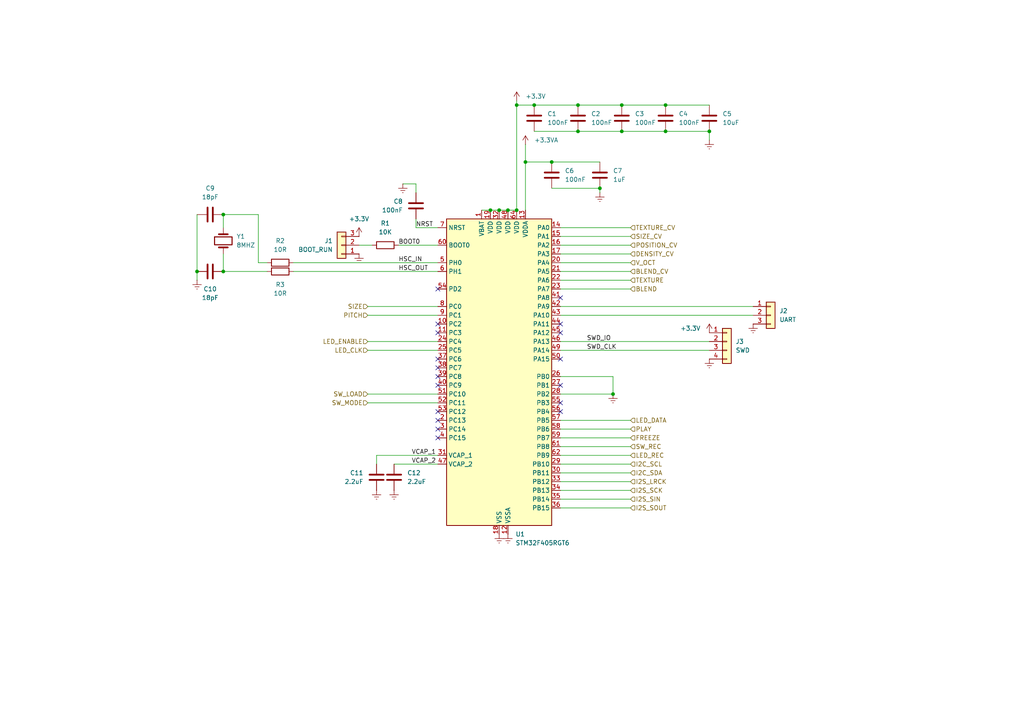
<source format=kicad_sch>
(kicad_sch (version 20231120) (generator "eeschema") (generator_version "8.0")
  (paper "A4")
  (lib_symbols
    (symbol "Connector_Generic:Conn_01x03" (pin_names (offset 1.016) hide)
      (property "Reference" "J" (at 0 5.08 0))
      (property "Value" "Conn_01x03" (at 0 -5.08 0))
      (symbol "Conn_01x03_1_1"
        (rectangle (start -1.27 -2.413) (end 0 -2.667) (stroke (width 0.1524)))
        (rectangle (start -1.27 0.127) (end 0 -0.127) (stroke (width 0.1524)))
        (rectangle (start -1.27 2.667) (end 0 2.413) (stroke (width 0.1524)))
        (rectangle (start -1.27 3.81) (end 1.27 -3.81) (stroke (width 0.254)) (fill (type background)))
        (pin passive line (at -5.08 2.54 0) (length 3.81) (name "Pin_1") (number "1"))
        (pin passive line (at -5.08 0 0) (length 3.81) (name "Pin_2") (number "2"))
        (pin passive line (at -5.08 -2.54 0) (length 3.81) (name "Pin_3") (number "3"))
      )
    )
    (symbol "Connector_Generic:Conn_01x04" (pin_names (offset 1.016) hide)
      (property "Reference" "J" (at 0 5.08 0))
      (property "Value" "Conn_01x04" (at 0 -7.62 0))
      (symbol "Conn_01x04_1_1"
        (rectangle (start -1.27 -4.953) (end 0 -5.207) (stroke (width 0.1524)))
        (rectangle (start -1.27 -2.413) (end 0 -2.667) (stroke (width 0.1524)))
        (rectangle (start -1.27 0.127) (end 0 -0.127) (stroke (width 0.1524)))
        (rectangle (start -1.27 2.667) (end 0 2.413) (stroke (width 0.1524)))
        (rectangle (start -1.27 3.81) (end 1.27 -6.35) (stroke (width 0.254)) (fill (type background)))
        (pin passive line (at -5.08 2.54 0) (length 3.81) (name "Pin_1") (number "1"))
        (pin passive line (at -5.08 0 0) (length 3.81) (name "Pin_2") (number "2"))
        (pin passive line (at -5.08 -2.54 0) (length 3.81) (name "Pin_3") (number "3"))
        (pin passive line (at -5.08 -5.08 0) (length 3.81) (name "Pin_4") (number "4"))
      )
    )
    (symbol "Device:C" (pin_numbers hide) (pin_names (offset 0.254))
      (property "Reference" "C" (at 0.635 2.54 0))
      (property "Value" "C" (at 0.635 -2.54 0))
      (symbol "C_0_1"
        (polyline (pts (xy -2.032 -0.762) (xy 2.032 -0.762)) (stroke (width 0.508)))
        (polyline (pts (xy -2.032 0.762) (xy 2.032 0.762)) (stroke (width 0.508)))
      )
      (symbol "C_1_1"
        (pin passive line (at 0 3.81 270) (length 2.794) (name "~") (number "1"))
        (pin passive line (at 0 -3.81 90) (length 2.794) (name "~") (number "2"))
      )
    )
    (symbol "Device:Crystal" (pin_numbers hide) (pin_names (offset 1.016) hide)
      (property "Reference" "Y" (at 0 3.81 0))
      (property "Value" "Crystal" (at 0 -3.81 0))
      (symbol "Crystal_0_1"
        (rectangle (start -1.143 2.54) (end 1.143 -2.54) (stroke (width 0.3048)))
        (polyline (pts (xy -2.54 0) (xy -1.905 0)))
        (polyline (pts (xy -1.905 -1.27) (xy -1.905 1.27)) (stroke (width 0.508)))
        (polyline (pts (xy 1.905 -1.27) (xy 1.905 1.27)) (stroke (width 0.508)))
        (polyline (pts (xy 2.54 0) (xy 1.905 0)))
      )
      (symbol "Crystal_1_1"
        (pin passive line (at -3.81 0 0) (length 1.27) (name "1") (number "1"))
        (pin passive line (at 3.81 0 180) (length 1.27) (name "2") (number "2"))
      )
    )
    (symbol "Device:R" (pin_numbers hide) (pin_names (offset 0))
      (property "Reference" "R" (at 2.032 0 90))
      (property "Value" "R" (at 0 0 90))
      (symbol "R_0_1"
        (rectangle (start -1.016 -2.54) (end 1.016 2.54) (stroke (width 0.254)))
      )
      (symbol "R_1_1"
        (pin passive line (at 0 3.81 270) (length 1.27) (name "~") (number "1"))
        (pin passive line (at 0 -3.81 90) (length 1.27) (name "~") (number "2"))
      )
    )
    (symbol "MCU_ST_STM32F4:STM32F405RGTx"
      (property "Reference" "U" (at -15.24 46.99 0))
      (property "Value" "STM32F405RGTx" (at 10.16 46.99 0))
      (symbol "STM32F405RGTx_0_1"
        (rectangle (start -15.24 -43.18) (end 15.24 45.72) (stroke (width 0.254)) (fill (type background)))
      )
      (symbol "STM32F405RGTx_1_1"
        (pin power_in line (at -5.08 48.26 270) (length 2.54) (name "VBAT") (number "1"))
        (pin bidirectional line (at -17.78 15.24 0) (length 2.54) (name "PC2") (number "10"))
        (pin bidirectional line (at -17.78 12.7 0) (length 2.54) (name "PC3") (number "11"))
        (pin power_in line (at 2.54 -45.72 90) (length 2.54) (name "VSSA") (number "12"))
        (pin power_in line (at 7.62 48.26 270) (length 2.54) (name "VDDA") (number "13"))
        (pin bidirectional line (at 17.78 43.18 180) (length 2.54) (name "PA0") (number "14"))
        (pin bidirectional line (at 17.78 40.64 180) (length 2.54) (name "PA1") (number "15"))
        (pin bidirectional line (at 17.78 38.1 180) (length 2.54) (name "PA2") (number "16"))
        (pin bidirectional line (at 17.78 35.56 180) (length 2.54) (name "PA3") (number "17"))
        (pin power_in line (at 0 -45.72 90) (length 2.54) (name "VSS") (number "18"))
        (pin power_in line (at -2.54 48.26 270) (length 2.54) (name "VDD") (number "19"))
        (pin bidirectional line (at -17.78 -12.7 0) (length 2.54) (name "PC13") (number "2"))
        (pin bidirectional line (at 17.78 33.02 180) (length 2.54) (name "PA4") (number "20"))
        (pin bidirectional line (at 17.78 30.48 180) (length 2.54) (name "PA5") (number "21"))
        (pin bidirectional line (at 17.78 27.94 180) (length 2.54) (name "PA6") (number "22"))
        (pin bidirectional line (at 17.78 25.4 180) (length 2.54) (name "PA7") (number "23"))
        (pin bidirectional line (at -17.78 10.16 0) (length 2.54) (name "PC4") (number "24"))
        (pin bidirectional line (at -17.78 7.62 0) (length 2.54) (name "PC5") (number "25"))
        (pin bidirectional line (at 17.78 0 180) (length 2.54) (name "PB0") (number "26"))
        (pin bidirectional line (at 17.78 -2.54 180) (length 2.54) (name "PB1") (number "27"))
        (pin bidirectional line (at 17.78 -5.08 180) (length 2.54) (name "PB2") (number "28"))
        (pin bidirectional line (at 17.78 -25.4 180) (length 2.54) (name "PB10") (number "29"))
        (pin bidirectional line (at -17.78 -15.24 0) (length 2.54) (name "PC14") (number "3"))
        (pin bidirectional line (at 17.78 -27.94 180) (length 2.54) (name "PB11") (number "30"))
        (pin power_out line (at -17.78 -22.86 0) (length 2.54) (name "VCAP_1") (number "31"))
        (pin power_in line (at 0 48.26 270) (length 2.54) (name "VDD") (number "32"))
        (pin bidirectional line (at 17.78 -30.48 180) (length 2.54) (name "PB12") (number "33"))
        (pin bidirectional line (at 17.78 -33.02 180) (length 2.54) (name "PB13") (number "34"))
        (pin bidirectional line (at 17.78 -35.56 180) (length 2.54) (name "PB14") (number "35"))
        (pin bidirectional line (at 17.78 -38.1 180) (length 2.54) (name "PB15") (number "36"))
        (pin bidirectional line (at -17.78 5.08 0) (length 2.54) (name "PC6") (number "37"))
        (pin bidirectional line (at -17.78 2.54 0) (length 2.54) (name "PC7") (number "38"))
        (pin bidirectional line (at -17.78 0 0) (length 2.54) (name "PC8") (number "39"))
        (pin bidirectional line (at -17.78 -17.78 0) (length 2.54) (name "PC15") (number "4"))
        (pin bidirectional line (at -17.78 -2.54 0) (length 2.54) (name "PC9") (number "40"))
        (pin bidirectional line (at 17.78 22.86 180) (length 2.54) (name "PA8") (number "41"))
        (pin bidirectional line (at 17.78 20.32 180) (length 2.54) (name "PA9") (number "42"))
        (pin bidirectional line (at 17.78 17.78 180) (length 2.54) (name "PA10") (number "43"))
        (pin bidirectional line (at 17.78 15.24 180) (length 2.54) (name "PA11") (number "44"))
        (pin bidirectional line (at 17.78 12.7 180) (length 2.54) (name "PA12") (number "45"))
        (pin bidirectional line (at 17.78 10.16 180) (length 2.54) (name "PA13") (number "46"))
        (pin power_out line (at -17.78 -25.4 0) (length 2.54) (name "VCAP_2") (number "47"))
        (pin power_in line (at 2.54 48.26 270) (length 2.54) (name "VDD") (number "48"))
        (pin bidirectional line (at 17.78 7.62 180) (length 2.54) (name "PA14") (number "49"))
        (pin bidirectional line (at -17.78 33.02 0) (length 2.54) (name "PH0") (number "5"))
        (pin bidirectional line (at 17.78 5.08 180) (length 2.54) (name "PA15") (number "50"))
        (pin bidirectional line (at -17.78 -5.08 0) (length 2.54) (name "PC10") (number "51"))
        (pin bidirectional line (at -17.78 -7.62 0) (length 2.54) (name "PC11") (number "52"))
        (pin bidirectional line (at -17.78 -10.16 0) (length 2.54) (name "PC12") (number "53"))
        (pin bidirectional line (at -17.78 25.4 0) (length 2.54) (name "PD2") (number "54"))
        (pin bidirectional line (at 17.78 -7.62 180) (length 2.54) (name "PB3") (number "55"))
        (pin bidirectional line (at 17.78 -10.16 180) (length 2.54) (name "PB4") (number "56"))
        (pin bidirectional line (at 17.78 -12.7 180) (length 2.54) (name "PB5") (number "57"))
        (pin bidirectional line (at 17.78 -15.24 180) (length 2.54) (name "PB6") (number "58"))
        (pin bidirectional line (at 17.78 -17.78 180) (length 2.54) (name "PB7") (number "59"))
        (pin bidirectional line (at -17.78 30.48 0) (length 2.54) (name "PH1") (number "6"))
        (pin input line (at -17.78 38.1 0) (length 2.54) (name "BOOT0") (number "60"))
        (pin bidirectional line (at 17.78 -20.32 180) (length 2.54) (name "PB8") (number "61"))
        (pin bidirectional line (at 17.78 -22.86 180) (length 2.54) (name "PB9") (number "62"))
        (pin passive line (at 0 -45.72 90) (length 2.54) hide (name "VSS") (number "63"))
        (pin power_in line (at 5.08 48.26 270) (length 2.54) (name "VDD") (number "64"))
        (pin input line (at -17.78 43.18 0) (length 2.54) (name "NRST") (number "7"))
        (pin bidirectional line (at -17.78 20.32 0) (length 2.54) (name "PC0") (number "8"))
        (pin bidirectional line (at -17.78 17.78 0) (length 2.54) (name "PC1") (number "9"))
      )
    )
    (symbol "power:+3.3V" (power) (pin_numbers hide) (pin_names (offset 0) hide)
      (property "Value" "+3.3V" (at 0 3.556 0))
      (symbol "+3.3V_0_1"
        (polyline (pts (xy -0.762 1.27) (xy 0 2.54)))
        (polyline (pts (xy 0 0) (xy 0 2.54)))
        (polyline (pts (xy 0 2.54) (xy 0.762 1.27)))
      )
      (symbol "+3.3V_1_1"
        (pin power_in line (at 0 0 90) (length 0) (name "~") (number "1"))
      )
    )
    (symbol "power:GNDREF" (power) (pin_numbers hide) (pin_names (offset 0) hide)
      (property "Value" "GNDREF" (at 0 -3.81 0))
      (symbol "GNDREF_0_1"
        (polyline (pts (xy -0.635 -1.905) (xy 0.635 -1.905)))
        (polyline (pts (xy -0.127 -2.54) (xy 0.127 -2.54)))
        (polyline (pts (xy 0 -1.27) (xy 0 0)))
        (polyline (pts (xy 1.27 -1.27) (xy -1.27 -1.27)))
      )
      (symbol "GNDREF_1_1"
        (pin power_in line (at 0 0 270) (length 0) (name "~") (number "1"))
      )
    )
  )
  (junction (at 193.04 30.48))
  (junction (at 177.8 114.3))
  (junction (at 147.32 60.96))
  (junction (at 64.77 78.74))
  (junction (at 167.64 30.48))
  (junction (at 57.15 78.74))
  (junction (at 152.4 46.99))
  (junction (at 173.99 54.61))
  (junction (at 193.04 38.1))
  (junction (at 142.24 60.96))
  (junction (at 144.78 60.96))
  (junction (at 180.34 38.1))
  (junction (at 149.86 60.96))
  (junction (at 149.86 30.48))
  (junction (at 154.94 30.48))
  (junction (at 160.02 46.99))
  (junction (at 64.77 62.23))
  (junction (at 205.74 38.1))
  (junction (at 180.34 30.48))
  (junction (at 167.64 38.1))
  (no_connect (at 127 83.82))
  (no_connect (at 127 104.14))
  (no_connect (at 162.56 116.84))
  (no_connect (at 162.56 111.76))
  (no_connect (at 162.56 96.52))
  (no_connect (at 162.56 93.98))
  (no_connect (at 127 106.68))
  (no_connect (at 162.56 119.38))
  (no_connect (at 162.56 104.14))
  (no_connect (at 127 127))
  (no_connect (at 127 111.76))
  (no_connect (at 127 109.22))
  (no_connect (at 162.56 86.36))
  (no_connect (at 127 96.52))
  (no_connect (at 127 119.38))
  (no_connect (at 127 93.98))
  (no_connect (at 127 124.46))
  (no_connect (at 127 121.92))
  (wire (pts (xy 120.65 66.04) (xy 127 66.04)))
  (wire (pts (xy 154.94 38.1) (xy 167.64 38.1)))
  (wire (pts (xy 74.93 76.2) (xy 77.47 76.2)))
  (wire (pts (xy 177.8 114.3) (xy 162.56 114.3)))
  (wire (pts (xy 64.77 73.66) (xy 64.77 78.74)))
  (wire (pts (xy 162.56 121.92) (xy 182.88 121.92)))
  (wire (pts (xy 120.65 55.88) (xy 120.65 53.34)))
  (wire (pts (xy 57.15 78.74) (xy 57.15 81.28)))
  (wire (pts (xy 180.34 30.48) (xy 193.04 30.48)))
  (wire (pts (xy 106.68 91.44) (xy 127 91.44)))
  (wire (pts (xy 162.56 68.58) (xy 182.88 68.58)))
  (wire (pts (xy 106.68 114.3) (xy 127 114.3)))
  (wire (pts (xy 85.09 76.2) (xy 127 76.2)))
  (wire (pts (xy 154.94 30.48) (xy 167.64 30.48)))
  (wire (pts (xy 162.56 101.6) (xy 205.74 101.6)))
  (wire (pts (xy 104.14 71.12) (xy 107.95 71.12)))
  (wire (pts (xy 64.77 62.23) (xy 74.93 62.23)))
  (wire (pts (xy 173.99 54.61) (xy 173.99 55.88)))
  (wire (pts (xy 152.4 46.99) (xy 152.4 60.96)))
  (wire (pts (xy 109.22 132.08) (xy 127 132.08)))
  (wire (pts (xy 162.56 129.54) (xy 182.88 129.54)))
  (wire (pts (xy 162.56 124.46) (xy 182.88 124.46)))
  (wire (pts (xy 173.99 54.61) (xy 160.02 54.61)))
  (wire (pts (xy 167.64 38.1) (xy 180.34 38.1)))
  (wire (pts (xy 142.24 60.96) (xy 144.78 60.96)))
  (wire (pts (xy 144.78 60.96) (xy 147.32 60.96)))
  (wire (pts (xy 162.56 81.28) (xy 182.88 81.28)))
  (wire (pts (xy 74.93 62.23) (xy 74.93 76.2)))
  (wire (pts (xy 120.65 53.34) (xy 116.84 53.34)))
  (wire (pts (xy 152.4 46.99) (xy 160.02 46.99)))
  (wire (pts (xy 162.56 71.12) (xy 182.88 71.12)))
  (wire (pts (xy 106.68 116.84) (xy 127 116.84)))
  (wire (pts (xy 162.56 83.82) (xy 182.88 83.82)))
  (wire (pts (xy 162.56 88.9) (xy 218.44 88.9)))
  (wire (pts (xy 193.04 38.1) (xy 205.74 38.1)))
  (wire (pts (xy 162.56 132.08) (xy 182.88 132.08)))
  (wire (pts (xy 162.56 127) (xy 182.88 127)))
  (wire (pts (xy 106.68 101.6) (xy 127 101.6)))
  (wire (pts (xy 85.09 78.74) (xy 127 78.74)))
  (wire (pts (xy 180.34 38.1) (xy 193.04 38.1)))
  (wire (pts (xy 149.86 30.48) (xy 149.86 60.96)))
  (wire (pts (xy 120.65 63.5) (xy 120.65 66.04)))
  (wire (pts (xy 162.56 109.22) (xy 177.8 109.22)))
  (wire (pts (xy 205.74 40.64) (xy 205.74 38.1)))
  (wire (pts (xy 162.56 134.62) (xy 182.88 134.62)))
  (wire (pts (xy 64.77 66.04) (xy 64.77 62.23)))
  (wire (pts (xy 162.56 144.78) (xy 182.88 144.78)))
  (wire (pts (xy 162.56 78.74) (xy 182.88 78.74)))
  (wire (pts (xy 57.15 62.23) (xy 57.15 78.74)))
  (wire (pts (xy 149.86 30.48) (xy 154.94 30.48)))
  (wire (pts (xy 139.7 60.96) (xy 142.24 60.96)))
  (wire (pts (xy 162.56 76.2) (xy 182.88 76.2)))
  (wire (pts (xy 162.56 66.04) (xy 182.88 66.04)))
  (wire (pts (xy 147.32 60.96) (xy 149.86 60.96)))
  (wire (pts (xy 64.77 78.74) (xy 77.47 78.74)))
  (wire (pts (xy 162.56 137.16) (xy 182.88 137.16)))
  (wire (pts (xy 149.86 29.21) (xy 149.86 30.48)))
  (wire (pts (xy 152.4 46.99) (xy 152.4 41.91)))
  (wire (pts (xy 177.8 109.22) (xy 177.8 114.3)))
  (wire (pts (xy 109.22 134.62) (xy 109.22 132.08)))
  (wire (pts (xy 162.56 91.44) (xy 218.44 91.44)))
  (wire (pts (xy 193.04 30.48) (xy 205.74 30.48)))
  (wire (pts (xy 167.64 30.48) (xy 180.34 30.48)))
  (wire (pts (xy 115.57 71.12) (xy 127 71.12)))
  (wire (pts (xy 114.3 134.62) (xy 127 134.62)))
  (wire (pts (xy 162.56 73.66) (xy 182.88 73.66)))
  (wire (pts (xy 162.56 142.24) (xy 182.88 142.24)))
  (wire (pts (xy 160.02 46.99) (xy 173.99 46.99)))
  (wire (pts (xy 106.68 88.9) (xy 127 88.9)))
  (wire (pts (xy 162.56 99.06) (xy 205.74 99.06)))
  (wire (pts (xy 106.68 99.06) (xy 127 99.06)))
  (wire (pts (xy 162.56 139.7) (xy 182.88 139.7)))
  (wire (pts (xy 162.56 147.32) (xy 182.88 147.32)))
  (label "BOOT0" (at 115.57 71.12 0))
  (label "NRST" (at 120.65 66.04 0))
  (label "SWD_IO" (at 170.18 99.06 0))
  (label "VCAP_2" (at 119.38 134.62 0))
  (label "SWD_CLK" (at 170.18 101.6 0))
  (label "HSC_IN" (at 115.57 76.2 0))
  (label "VCAP_1" (at 119.38 132.08 0))
  (label "HSC_OUT" (at 115.57 78.74 0))
  (hierarchical_label "BLEND_CV" (shape input) (at 182.88 78.74 0))
  (hierarchical_label "DENSITY_CV" (shape input) (at 182.88 73.66 0))
  (hierarchical_label "PLAY" (shape input) (at 182.88 124.46 0))
  (hierarchical_label "TEXTURE" (shape input) (at 182.88 81.28 0))
  (hierarchical_label "BLEND" (shape input) (at 182.88 83.82 0))
  (hierarchical_label "I2S_LRCK" (shape input) (at 182.88 139.7 0))
  (hierarchical_label "POSITION_CV" (shape input) (at 182.88 71.12 0))
  (hierarchical_label "I2S_SCK" (shape input) (at 182.88 142.24 0))
  (hierarchical_label "FREEZE" (shape input) (at 182.88 127 0))
  (hierarchical_label "LED_CLK" (shape input) (at 106.68 101.6 180))
  (hierarchical_label "I2S_SOUT" (shape input) (at 182.88 147.32 0))
  (hierarchical_label "LED_REC" (shape input) (at 182.88 132.08 0))
  (hierarchical_label "SW_MODE" (shape input) (at 106.68 116.84 180))
  (hierarchical_label "SW_LOAD" (shape input) (at 106.68 114.3 180))
  (hierarchical_label "I2C_SDA" (shape input) (at 182.88 137.16 0))
  (hierarchical_label "PITCH" (shape input) (at 106.68 91.44 180))
  (hierarchical_label "LED_DATA" (shape input) (at 182.88 121.92 0))
  (hierarchical_label "TEXTURE_CV" (shape input) (at 182.88 66.04 0))
  (hierarchical_label "V_OCT" (shape input) (at 182.88 76.2 0))
  (hierarchical_label "I2S_SIN" (shape input) (at 182.88 144.78 0))
  (hierarchical_label "SIZE_CV" (shape input) (at 182.88 68.58 0))
  (hierarchical_label "LED_ENABLE" (shape input) (at 106.68 99.06 180))
  (hierarchical_label "SW_REC" (shape input) (at 182.88 129.54 0))
  (hierarchical_label "SIZE" (shape input) (at 106.68 88.9 180))
  (hierarchical_label "I2C_SCL" (shape input) (at 182.88 134.62 0))
  (symbol (lib_id "Device:C") (at 114.3 138.43 0) (unit 1)
    (property "Reference" "C12" (at 118.11 137.1599 0) (effects (justify left)))
    (property "Value" "2.2uF" (at 118.11 139.6999 0) (effects (justify left)))
    (property "Footprint" "Capacitor_SMD:C_0805_2012Metric_Pad1.18x1.45mm_HandSolder" (effects (hide yes)))
    (property "Description" "Unpolarized capacitor" (effects (hide yes)))
  )
  (symbol (lib_id "power:GNDREF") (at 116.84 53.34 0) (unit 1)
    (property "Reference" "#PWR04" (effects (hide yes)))
    (property "Value" "GNDREF" (effects (hide yes)))
    (property "Description" "Power symbol creates a global label with name \"GNDREF\" , reference supply ground" (effects (hide yes)))
  )
  (symbol (lib_id "power:GNDREF") (at 177.8 114.3 0) (unit 1)
    (property "Reference" "#PWR012" (effects (hide yes)))
    (property "Value" "GNDREF" (effects (hide yes)))
    (property "Description" "Power symbol creates a global label with name \"GNDREF\" , reference supply ground" (effects (hide yes)))
  )
  (symbol (lib_id "Device:C") (at 109.22 138.43 0) (unit 1)
    (property "Reference" "C11" (at 105.41 137.1599 0) (effects (justify right)))
    (property "Value" "2.2uF" (at 105.41 139.6999 0) (effects (justify right)))
    (property "Footprint" "Capacitor_SMD:C_0805_2012Metric_Pad1.18x1.45mm_HandSolder" (effects (hide yes)))
    (property "Description" "Unpolarized capacitor" (effects (hide yes)))
  )
  (symbol (lib_id "power:GNDREF") (at 205.74 40.64 0) (unit 1)
    (property "Reference" "#PWR02" (effects (hide yes)))
    (property "Value" "GNDREF" (effects (hide yes)))
    (property "Description" "Power symbol creates a global label with name \"GNDREF\" , reference supply ground" (effects (hide yes)))
  )
  (symbol (lib_id "power:+3.3V") (at 104.14 68.58 0) (unit 1)
    (property "Reference" "#PWR06" (effects (hide yes)))
    (property "Value" "+3.3V" (at 104.14 63.5 0))
    (property "Description" "Power symbol creates a global label with name \"+3.3V\"" (effects (hide yes)))
  )
  (symbol (lib_id "power:GNDREF") (at 109.22 142.24 0) (unit 1)
    (property "Reference" "#PWR013" (effects (hide yes)))
    (property "Value" "GNDREF" (effects (hide yes)))
    (property "Description" "Power symbol creates a global label with name \"GNDREF\" , reference supply ground" (effects (hide yes)))
  )
  (symbol (lib_id "Connector_Generic:Conn_01x03") (at 223.52 91.44 0) (unit 1)
    (property "Reference" "J2" (at 226.06 90.1699 0) (effects (justify left)))
    (property "Value" "UART" (at 226.06 92.7099 0) (effects (justify left)))
    (property "Footprint" "Connector_PinHeader_2.54mm:PinHeader_1x03_P2.54mm_Vertical" (effects (hide yes)))
    (property "Description" "Generic connector, single row, 01x03, script generated (kicad-library-utils/schlib/autogen/connector/)" (effects (hide yes)))
  )
  (symbol (lib_id "Device:C") (at 154.94 34.29 180) (unit 1)
    (property "Reference" "C1" (at 158.75 33.0199 0) (effects (justify right)))
    (property "Value" "100nF" (at 158.75 35.5599 0) (effects (justify right)))
    (property "Footprint" "Capacitor_SMD:C_0805_2012Metric_Pad1.18x1.45mm_HandSolder" (effects (hide yes)))
    (property "Description" "Unpolarized capacitor" (effects (hide yes)))
  )
  (symbol (lib_id "power:GNDREF") (at 205.74 104.14 0) (unit 1)
    (property "Reference" "#PWR011" (effects (hide yes)))
    (property "Value" "GNDREF" (effects (hide yes)))
    (property "Description" "Power symbol creates a global label with name \"GNDREF\" , reference supply ground" (effects (hide yes)))
  )
  (symbol (lib_id "Device:C") (at 180.34 34.29 180) (unit 1)
    (property "Reference" "C3" (at 184.15 33.0199 0) (effects (justify right)))
    (property "Value" "100nF" (at 184.15 35.5599 0) (effects (justify right)))
    (property "Footprint" "Capacitor_SMD:C_0805_2012Metric_Pad1.18x1.45mm_HandSolder" (effects (hide yes)))
    (property "Description" "Unpolarized capacitor" (effects (hide yes)))
  )
  (symbol (lib_id "Device:R") (at 81.28 76.2 90) (unit 1)
    (property "Reference" "R2" (at 81.28 69.85 90))
    (property "Value" "10R" (at 81.28 72.39 90))
    (property "Footprint" "Resistor_SMD:R_0805_2012Metric_Pad1.20x1.40mm_HandSolder" (effects (hide yes)))
    (property "Description" "Resistor" (effects (hide yes)))
  )
  (symbol (lib_id "Device:C") (at 205.74 34.29 180) (unit 1)
    (property "Reference" "C5" (at 209.55 33.0199 0) (effects (justify right)))
    (property "Value" "10uF" (at 209.55 35.5599 0) (effects (justify right)))
    (property "Footprint" "Capacitor_SMD:C_0805_2012Metric_Pad1.18x1.45mm_HandSolder" (effects (hide yes)))
    (property "Description" "Unpolarized capacitor" (effects (hide yes)))
  )
  (symbol (lib_id "Device:C") (at 173.99 50.8 180) (unit 1)
    (property "Reference" "C7" (at 177.8 49.5299 0) (effects (justify right)))
    (property "Value" "1uF" (at 177.8 52.0699 0) (effects (justify right)))
    (property "Footprint" "Capacitor_SMD:C_0805_2012Metric_Pad1.18x1.45mm_HandSolder" (effects (hide yes)))
    (property "Description" "Unpolarized capacitor" (effects (hide yes)))
  )
  (symbol (lib_id "Device:C") (at 120.65 59.69 180) (unit 1)
    (property "Reference" "C8" (at 116.84 58.4199 0) (effects (justify left)))
    (property "Value" "100nF" (at 116.84 60.9599 0) (effects (justify left)))
    (property "Footprint" "Capacitor_SMD:C_0805_2012Metric_Pad1.18x1.45mm_HandSolder" (effects (hide yes)))
    (property "Description" "Unpolarized capacitor" (effects (hide yes)))
  )
  (symbol (lib_id "Device:R") (at 111.76 71.12 90) (unit 1)
    (property "Reference" "R1" (at 111.76 64.77 90))
    (property "Value" "10K" (at 111.76 67.31 90))
    (property "Footprint" "Resistor_SMD:R_0805_2012Metric_Pad1.20x1.40mm_HandSolder" (effects (hide yes)))
    (property "Description" "Resistor" (effects (hide yes)))
  )
  (symbol (lib_id "power:GNDREF") (at 144.78 154.94 0) (unit 1)
    (property "Reference" "#PWR015" (effects (hide yes)))
    (property "Value" "GNDREF" (effects (hide yes)))
    (property "Description" "Power symbol creates a global label with name \"GNDREF\" , reference supply ground" (effects (hide yes)))
  )
  (symbol (lib_id "Device:Crystal") (at 64.77 69.85 270) (unit 1)
    (property "Reference" "Y1" (at 68.58 68.5799 90) (effects (justify left)))
    (property "Value" "8MHZ" (at 68.58 71.1199 90) (effects (justify left)))
    (property "Footprint" "Crystal:Crystal_HC49-U_Vertical" (effects (hide yes)))
    (property "Description" "Two pin crystal" (effects (hide yes)))
  )
  (symbol (lib_id "power:GNDREF") (at 104.14 73.66 0) (unit 1)
    (property "Reference" "#PWR07" (effects (hide yes)))
    (property "Value" "GNDREF" (effects (hide yes)))
    (property "Description" "Power symbol creates a global label with name \"GNDREF\" , reference supply ground" (effects (hide yes)))
  )
  (symbol (lib_id "power:+3.3V") (at 152.4 41.91 0) (unit 1)
    (property "Reference" "#PWR03" (effects (hide yes)))
    (property "Value" "+3.3VA" (at 154.94 40.6399 0) (effects (justify left)))
    (property "Description" "Power symbol creates a global label with name \"+3.3V\"" (effects (hide yes)))
  )
  (symbol (lib_id "power:GNDREF") (at 147.32 154.94 0) (unit 1)
    (property "Reference" "#PWR016" (effects (hide yes)))
    (property "Value" "GNDREF" (effects (hide yes)))
    (property "Description" "Power symbol creates a global label with name \"GNDREF\" , reference supply ground" (effects (hide yes)))
  )
  (symbol (lib_id "power:GNDREF") (at 173.99 55.88 0) (unit 1)
    (property "Reference" "#PWR05" (effects (hide yes)))
    (property "Value" "GNDREF" (effects (hide yes)))
    (property "Description" "Power symbol creates a global label with name \"GNDREF\" , reference supply ground" (effects (hide yes)))
  )
  (symbol (lib_id "MCU_ST_STM32F4:STM32F405RGTx") (at 144.78 109.22 0) (unit 1)
    (property "Reference" "U1" (at 149.5141 154.94 0) (effects (justify left)))
    (property "Value" "STM32F405RGT6" (at 149.5141 157.48 0) (effects (justify left)))
    (property "Footprint" "Package_QFP:LQFP-64_10x10mm_P0.5mm" (effects (hide yes)))
    (property "Datasheet" "https://www.st.com/resource/en/datasheet/stm32f405rg.pdf" (effects (hide yes)))
    (property "Description" "STMicroelectronics Arm Cortex-M4 MCU, 1024KB flash, 192KB RAM, 168 MHz, 1.8-3.6V, 51 GPIO, LQFP64" (effects (hide yes)))
  )
  (symbol (lib_id "Device:C") (at 193.04 34.29 180) (unit 1)
    (property "Reference" "C4" (at 196.85 33.0199 0) (effects (justify right)))
    (property "Value" "100nF" (at 196.85 35.5599 0) (effects (justify right)))
    (property "Footprint" "Capacitor_SMD:C_0805_2012Metric_Pad1.18x1.45mm_HandSolder" (effects (hide yes)))
    (property "Description" "Unpolarized capacitor" (effects (hide yes)))
  )
  (symbol (lib_id "power:GNDREF") (at 218.44 93.98 0) (unit 1)
    (property "Reference" "#PWR09" (effects (hide yes)))
    (property "Value" "GNDREF" (effects (hide yes)))
    (property "Description" "Power symbol creates a global label with name \"GNDREF\" , reference supply ground" (effects (hide yes)))
  )
  (symbol (lib_id "Connector_Generic:Conn_01x04") (at 210.82 99.06 0) (unit 1)
    (property "Reference" "J3" (at 213.36 99.0599 0) (effects (justify left)))
    (property "Value" "SWD" (at 213.36 101.5999 0) (effects (justify left)))
    (property "Footprint" "Connector_PinHeader_2.54mm:PinHeader_1x04_P2.54mm_Vertical" (effects (hide yes)))
    (property "Description" "Generic connector, single row, 01x04, script generated (kicad-library-utils/schlib/autogen/connector/)" (effects (hide yes)))
  )
  (symbol (lib_id "Device:C") (at 60.96 78.74 270) (unit 1)
    (property "Reference" "C10" (at 60.96 83.82 90))
    (property "Value" "18pF" (at 60.96 86.36 90))
    (property "Footprint" "Capacitor_SMD:C_0805_2012Metric_Pad1.18x1.45mm_HandSolder" (effects (hide yes)))
    (property "Description" "Unpolarized capacitor" (effects (hide yes)))
  )
  (symbol (lib_id "power:+3.3V") (at 149.86 29.21 0) (unit 1)
    (property "Reference" "#PWR01" (effects (hide yes)))
    (property "Value" "+3.3V" (at 152.4 27.9399 0) (effects (justify left)))
    (property "Description" "Power symbol creates a global label with name \"+3.3V\"" (effects (hide yes)))
  )
  (symbol (lib_id "Device:C") (at 167.64 34.29 180) (unit 1)
    (property "Reference" "C2" (at 171.45 33.0199 0) (effects (justify right)))
    (property "Value" "100nF" (at 171.45 35.5599 0) (effects (justify right)))
    (property "Footprint" "Capacitor_SMD:C_0805_2012Metric_Pad1.18x1.45mm_HandSolder" (effects (hide yes)))
    (property "Description" "Unpolarized capacitor" (effects (hide yes)))
  )
  (symbol (lib_id "Device:C") (at 160.02 50.8 180) (unit 1)
    (property "Reference" "C6" (at 163.83 49.5299 0) (effects (justify right)))
    (property "Value" "100nF" (at 163.83 52.0699 0) (effects (justify right)))
    (property "Footprint" "Capacitor_SMD:C_0805_2012Metric_Pad1.18x1.45mm_HandSolder" (effects (hide yes)))
    (property "Description" "Unpolarized capacitor" (effects (hide yes)))
  )
  (symbol (lib_id "power:+3.3V") (at 205.74 96.52 0) (unit 1)
    (property "Reference" "#PWR010" (effects (hide yes)))
    (property "Value" "+3.3V" (at 203.2 95.2499 0) (effects (justify right)))
    (property "Description" "Power symbol creates a global label with name \"+3.3V\"" (effects (hide yes)))
  )
  (symbol (lib_id "Device:R") (at 81.28 78.74 90) (unit 1)
    (property "Reference" "R3" (at 81.28 82.55 90))
    (property "Value" "10R" (at 81.28 85.09 90))
    (property "Footprint" "Resistor_SMD:R_0805_2012Metric_Pad1.20x1.40mm_HandSolder" (effects (hide yes)))
    (property "Description" "Resistor" (effects (hide yes)))
  )
  (symbol (lib_id "Device:C") (at 60.96 62.23 270) (unit 1)
    (property "Reference" "C9" (at 60.96 54.61 90))
    (property "Value" "18pF" (at 60.96 57.15 90))
    (property "Footprint" "Capacitor_SMD:C_0805_2012Metric_Pad1.18x1.45mm_HandSolder" (effects (hide yes)))
    (property "Description" "Unpolarized capacitor" (effects (hide yes)))
  )
  (symbol (lib_id "power:GNDREF") (at 114.3 142.24 0) (unit 1)
    (property "Reference" "#PWR014" (effects (hide yes)))
    (property "Value" "GNDREF" (effects (hide yes)))
    (property "Description" "Power symbol creates a global label with name \"GNDREF\" , reference supply ground" (effects (hide yes)))
  )
  (symbol (lib_id "power:GNDREF") (at 57.15 81.28 0) (unit 1)
    (property "Reference" "#PWR08" (effects (hide yes)))
    (property "Value" "GNDREF" (effects (hide yes)))
    (property "Description" "Power symbol creates a global label with name \"GNDREF\" , reference supply ground" (effects (hide yes)))
  )
  (symbol (lib_id "Connector_Generic:Conn_01x03") (at 99.06 71.12 180) (unit 1)
    (property "Reference" "J1" (at 96.52 69.8499 0) (effects (justify left)))
    (property "Value" "BOOT_RUN" (at 96.52 72.3899 0) (effects (justify left)))
    (property "Footprint" "Connector_PinHeader_2.54mm:PinHeader_1x03_P2.54mm_Vertical" (effects (hide yes)))
    (property "Description" "Generic connector, single row, 01x03, script generated (kicad-library-utils/schlib/autogen/connector/)" (effects (hide yes)))
  )
)
</source>
